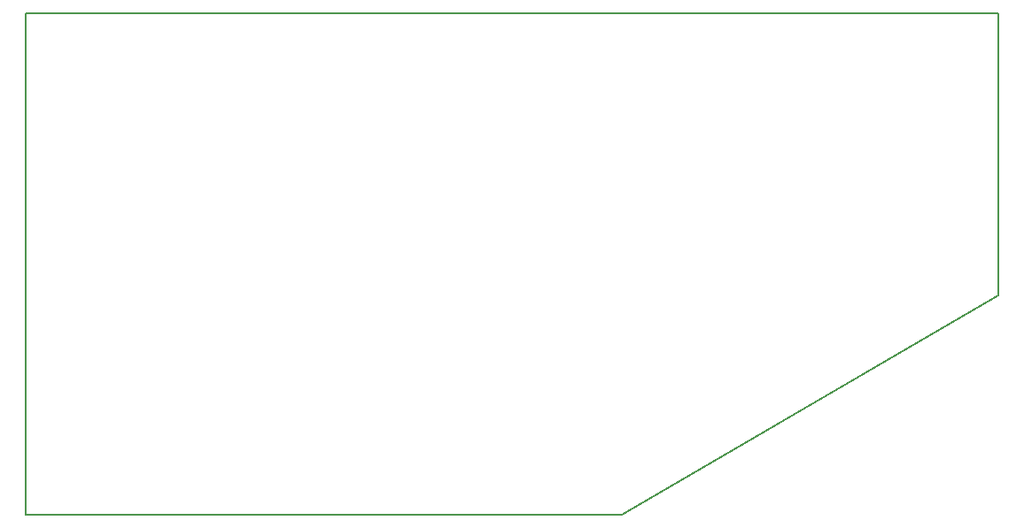
<source format=gbr>
G04 #@! TF.GenerationSoftware,KiCad,Pcbnew,(5.0.2)-1*
G04 #@! TF.CreationDate,2021-01-07T20:02:58+01:00*
G04 #@! TF.ProjectId,Radmesser,5261646d-6573-4736-9572-2e6b69636164,rev?*
G04 #@! TF.SameCoordinates,Original*
G04 #@! TF.FileFunction,Profile,NP*
%FSLAX46Y46*%
G04 Gerber Fmt 4.6, Leading zero omitted, Abs format (unit mm)*
G04 Created by KiCad (PCBNEW (5.0.2)-1) date 07.01.2021 20:02:58*
%MOMM*%
%LPD*%
G01*
G04 APERTURE LIST*
%ADD10C,0.200000*%
%ADD11C,0.150000*%
G04 APERTURE END LIST*
D10*
X231000000Y-88000000D02*
X138000000Y-88000000D01*
X231000000Y-115000000D02*
X231000000Y-88000000D01*
D11*
X138000000Y-136000000D02*
X195000000Y-136000000D01*
X138000000Y-136000000D02*
X138000000Y-88000000D01*
X231000000Y-115000000D02*
X195000000Y-136000000D01*
M02*

</source>
